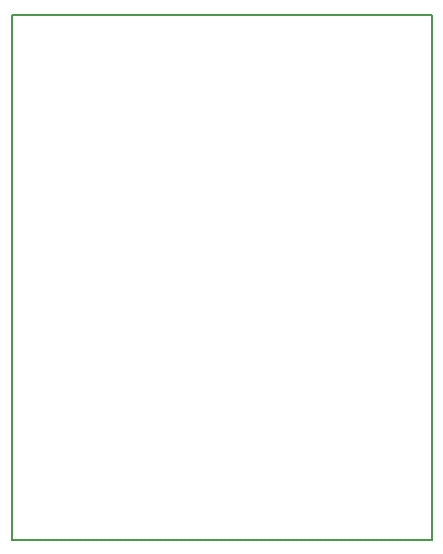
<source format=gko>
G04*
G04 #@! TF.GenerationSoftware,Altium Limited,Altium Designer,19.1.8 (144)*
G04*
G04 Layer_Color=16711935*
%FSLAX25Y25*%
%MOIN*%
G70*
G01*
G75*
%ADD13C,0.00787*%
D13*
X0Y175000D02*
X140000D01*
Y0D02*
Y175000D01*
X0Y0D02*
X140000D01*
X0D02*
Y175000D01*
M02*

</source>
